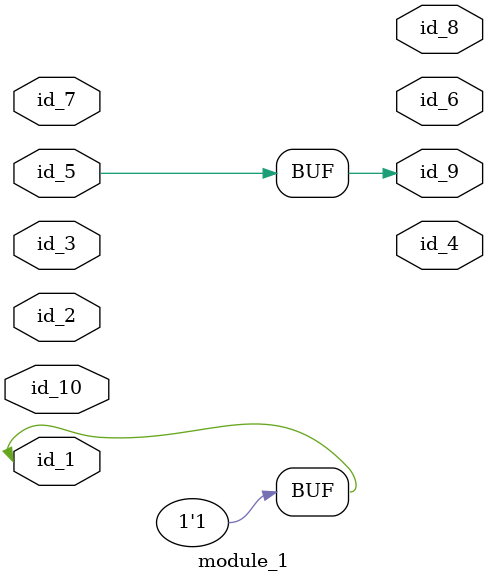
<source format=v>
module module_0 ();
  assign id_1 = 1'h0;
endmodule
module module_1 (
    id_1,
    id_2,
    id_3,
    id_4,
    id_5,
    id_6,
    id_7,
    id_8,
    id_9,
    id_10
);
  inout wire id_10;
  output wire id_9;
  output wire id_8;
  inout wire id_7;
  output wire id_6;
  inout wire id_5;
  output wire id_4;
  input wire id_3;
  input wire id_2;
  inout wire id_1;
  assign id_9 = id_5;
  wire id_11 = id_11;
  module_0 modCall_1 ();
  assign id_1[("")] = 1;
endmodule

</source>
